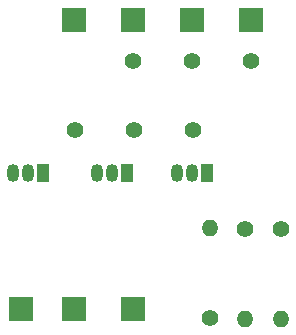
<source format=gbr>
%TF.GenerationSoftware,KiCad,Pcbnew,8.0.6*%
%TF.CreationDate,2024-11-19T10:16:46-03:00*%
%TF.ProjectId,canon+GH4,63616e6f-6e2b-4474-9834-2e6b69636164,V1.0*%
%TF.SameCoordinates,Original*%
%TF.FileFunction,Copper,L2,Bot*%
%TF.FilePolarity,Positive*%
%FSLAX46Y46*%
G04 Gerber Fmt 4.6, Leading zero omitted, Abs format (unit mm)*
G04 Created by KiCad (PCBNEW 8.0.6) date 2024-11-19 10:16:46*
%MOMM*%
%LPD*%
G01*
G04 APERTURE LIST*
G04 Aperture macros list*
%AMHorizOval*
0 Thick line with rounded ends*
0 $1 width*
0 $2 $3 position (X,Y) of the first rounded end (center of the circle)*
0 $4 $5 position (X,Y) of the second rounded end (center of the circle)*
0 Add line between two ends*
20,1,$1,$2,$3,$4,$5,0*
0 Add two circle primitives to create the rounded ends*
1,1,$1,$2,$3*
1,1,$1,$4,$5*%
G04 Aperture macros list end*
%TA.AperFunction,ComponentPad*%
%ADD10C,1.400000*%
%TD*%
%TA.AperFunction,ComponentPad*%
%ADD11HorizOval,1.400000X0.000000X0.000000X0.000000X0.000000X0*%
%TD*%
%TA.AperFunction,ComponentPad*%
%ADD12R,1.050000X1.500000*%
%TD*%
%TA.AperFunction,ComponentPad*%
%ADD13O,1.050000X1.500000*%
%TD*%
%TA.AperFunction,ComponentPad*%
%ADD14O,1.400000X1.400000*%
%TD*%
%TA.AperFunction,ComponentPad*%
%ADD15R,2.000000X2.000000*%
%TD*%
G04 APERTURE END LIST*
D10*
%TO.P,R2,1*%
%TO.N,/Focus_Input*%
X96000000Y-50810000D03*
D11*
%TO.P,R2,2*%
%TO.N,Net-(Q2-B)*%
X91101960Y-56647258D03*
%TD*%
D12*
%TO.P,Q2,1,E*%
%TO.N,GND*%
X88404200Y-60304500D03*
D13*
%TO.P,Q2,2,C*%
%TO.N,/Focus_Output*%
X87134200Y-60304500D03*
%TO.P,Q2,3,B*%
%TO.N,Net-(Q2-B)*%
X85864200Y-60304500D03*
%TD*%
D10*
%TO.P,R5,1*%
%TO.N,Net-(Q3-E)*%
X105500000Y-65000000D03*
D14*
%TO.P,R5,2*%
%TO.N,Net-(R5-Pad2)*%
X105500000Y-72620000D03*
%TD*%
%TO.P,R6,2*%
%TO.N,/Shutter_Output*%
X102500000Y-64970023D03*
D10*
%TO.P,R6,1*%
%TO.N,Net-(R5-Pad2)*%
X102500000Y-72590022D03*
%TD*%
D15*
%TO.P,TP5,1,1*%
%TO.N,/Shutter_Input*%
X101000000Y-47310000D03*
%TD*%
%TO.P,TP1,1,1*%
%TO.N,GND*%
X86500000Y-71810000D03*
%TD*%
%TO.P,TP2,1,1*%
%TO.N,/Shutter_Output*%
X96000000Y-71810000D03*
%TD*%
D12*
%TO.P,Q3,1,E*%
%TO.N,Net-(Q3-E)*%
X102270000Y-60310000D03*
D13*
%TO.P,Q3,2,C*%
%TO.N,/Shutter_Output*%
X101000000Y-60310000D03*
%TO.P,Q3,3,B*%
%TO.N,Net-(Q3-B)*%
X99730000Y-60310000D03*
%TD*%
D10*
%TO.P,R3,1*%
%TO.N,/Focus_Input_GH4*%
X106000000Y-50810000D03*
D11*
%TO.P,R3,2*%
%TO.N,Net-(Q3-B)*%
X101101959Y-56647259D03*
%TD*%
D10*
%TO.P,R1,1*%
%TO.N,/Shutter_Input*%
X101000000Y-50810000D03*
D11*
%TO.P,R1,2*%
%TO.N,Net-(Q1-B)*%
X96101959Y-56647260D03*
%TD*%
D15*
%TO.P,TP3,1,1*%
%TO.N,/Focus_Output*%
X91000000Y-71810000D03*
%TD*%
%TO.P,TP7,1,1*%
%TO.N,/Focus_Input_GH4*%
X106000000Y-47310000D03*
%TD*%
%TO.P,TP4,1,1*%
%TO.N,GND*%
X91000000Y-47310000D03*
%TD*%
D10*
%TO.P,R4,1*%
%TO.N,Net-(Q3-E)*%
X108500000Y-65000000D03*
D14*
%TO.P,R4,2*%
%TO.N,GND*%
X108500000Y-72620000D03*
%TD*%
D15*
%TO.P,TP6,1,1*%
%TO.N,/Focus_Input*%
X96000000Y-47310000D03*
%TD*%
D12*
%TO.P,Q1,1,E*%
%TO.N,GND*%
X95500000Y-60310000D03*
D13*
%TO.P,Q1,2,C*%
%TO.N,/Shutter_Output*%
X94230000Y-60310000D03*
%TO.P,Q1,3,B*%
%TO.N,Net-(Q1-B)*%
X92960000Y-60310000D03*
%TD*%
M02*

</source>
